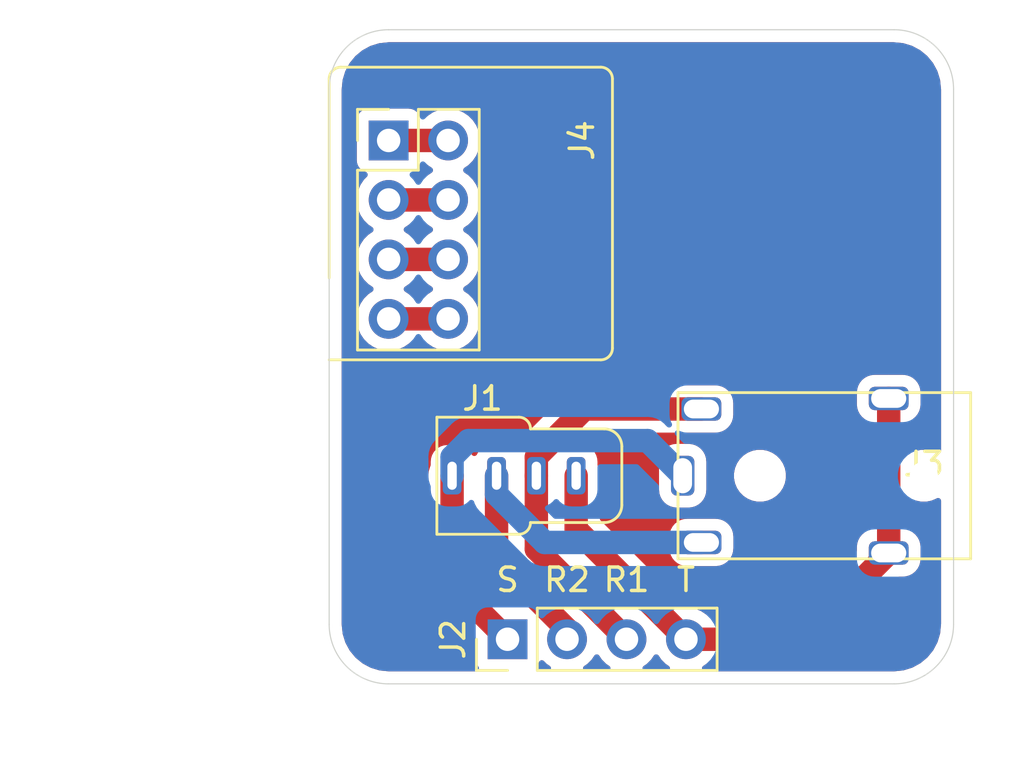
<source format=kicad_pcb>
(kicad_pcb (version 20171130) (host pcbnew "(5.1.6)-1")

  (general
    (thickness 1.6)
    (drawings 13)
    (tracks 26)
    (zones 0)
    (modules 4)
    (nets 9)
  )

  (page A4)
  (layers
    (0 F.Cu signal)
    (31 B.Cu signal)
    (32 B.Adhes user)
    (33 F.Adhes user)
    (34 B.Paste user)
    (35 F.Paste user)
    (36 B.SilkS user)
    (37 F.SilkS user)
    (38 B.Mask user)
    (39 F.Mask user)
    (40 Dwgs.User user)
    (41 Cmts.User user)
    (42 Eco1.User user)
    (43 Eco2.User user)
    (44 Edge.Cuts user)
    (45 Margin user)
    (46 B.CrtYd user)
    (47 F.CrtYd user)
    (48 B.Fab user)
    (49 F.Fab user)
  )

  (setup
    (last_trace_width 1)
    (user_trace_width 1)
    (trace_clearance 0.2)
    (zone_clearance 0.508)
    (zone_45_only no)
    (trace_min 0.2)
    (via_size 0.8)
    (via_drill 0.4)
    (via_min_size 0.4)
    (via_min_drill 0.3)
    (uvia_size 0.3)
    (uvia_drill 0.1)
    (uvias_allowed no)
    (uvia_min_size 0.2)
    (uvia_min_drill 0.1)
    (edge_width 0.05)
    (segment_width 0.2)
    (pcb_text_width 0.3)
    (pcb_text_size 1.5 1.5)
    (mod_edge_width 0.12)
    (mod_text_size 1 1)
    (mod_text_width 0.15)
    (pad_size 1.524 1.524)
    (pad_drill 0.762)
    (pad_to_mask_clearance 0.05)
    (aux_axis_origin 0 0)
    (visible_elements 7FFFFFFF)
    (pcbplotparams
      (layerselection 0x010fc_ffffffff)
      (usegerberextensions false)
      (usegerberattributes true)
      (usegerberadvancedattributes true)
      (creategerberjobfile true)
      (excludeedgelayer true)
      (linewidth 0.100000)
      (plotframeref false)
      (viasonmask false)
      (mode 1)
      (useauxorigin false)
      (hpglpennumber 1)
      (hpglpenspeed 20)
      (hpglpendiameter 15.000000)
      (psnegative false)
      (psa4output false)
      (plotreference true)
      (plotvalue true)
      (plotinvisibletext false)
      (padsonsilk false)
      (subtractmaskfromsilk false)
      (outputformat 1)
      (mirror false)
      (drillshape 1)
      (scaleselection 1)
      (outputdirectory ""))
  )

  (net 0 "")
  (net 1 /TIP)
  (net 2 /RING1)
  (net 3 /RING2)
  (net 4 /SLEEVE)
  (net 5 "Net-(J4-Pad2)")
  (net 6 "Net-(J4-Pad3)")
  (net 7 "Net-(J4-Pad1)")
  (net 8 "Net-(J4-Pad4)")

  (net_class Default "This is the default net class."
    (clearance 0.2)
    (trace_width 0.25)
    (via_dia 0.8)
    (via_drill 0.4)
    (uvia_dia 0.3)
    (uvia_drill 0.1)
    (add_net /RING1)
    (add_net /RING2)
    (add_net /SLEEVE)
    (add_net /TIP)
    (add_net "Net-(J4-Pad1)")
    (add_net "Net-(J4-Pad2)")
    (add_net "Net-(J4-Pad3)")
    (add_net "Net-(J4-Pad4)")
  )

  (module Gigahawk:IPOD_4TH_REMOTE_BREAKOUT (layer F.Cu) (tedit 5FFC2FAF) (tstamp 5FFC7AA6)
    (at 0 -6.7 270)
    (path /5FFDDD7C)
    (fp_text reference J4 (at -7.62 -10.795 90) (layer F.SilkS)
      (effects (font (size 1 1) (thickness 0.15)))
    )
    (fp_text value Conn_01x04 (at -5.08 -13.335 90) (layer F.Fab)
      (effects (font (size 1 1) (thickness 0.15)))
    )
    (fp_line (start 1.75 -11.6) (end 1.75 0) (layer F.SilkS) (width 0.12))
    (fp_line (start -10.25 -12.1) (end 1.25 -12.1) (layer F.SilkS) (width 0.12))
    (fp_line (start -10.75 -0.5) (end -10.75 -11.6) (layer F.SilkS) (width 0.12))
    (fp_line (start -1.75 0) (end -10.25 0) (layer F.SilkS) (width 0.12))
    (fp_line (start -8.95 -6.41) (end 1.33 -6.41) (layer F.SilkS) (width 0.12))
    (fp_line (start -8.89 -2.54) (end -8.89 -6.35) (layer F.Fab) (width 0.1))
    (fp_line (start 1.33 -1.21) (end 1.33 -6.41) (layer F.SilkS) (width 0.12))
    (fp_line (start -6.35 -1.21) (end -6.35 -3.81) (layer F.SilkS) (width 0.12))
    (fp_line (start 1.78 -0.74) (end 1.78 -6.89) (layer F.CrtYd) (width 0.05))
    (fp_line (start -8.89 -6.35) (end 1.27 -6.35) (layer F.Fab) (width 0.1))
    (fp_line (start 1.78 -6.89) (end -9.42 -6.89) (layer F.CrtYd) (width 0.05))
    (fp_line (start -9.42 -0.74) (end 1.78 -0.74) (layer F.CrtYd) (width 0.05))
    (fp_line (start -7.62 -1.27) (end -8.89 -2.54) (layer F.Fab) (width 0.1))
    (fp_line (start -9.42 -6.89) (end -9.42 -0.74) (layer F.CrtYd) (width 0.05))
    (fp_line (start -6.35 -1.21) (end 1.33 -1.21) (layer F.SilkS) (width 0.12))
    (fp_line (start -7.62 -1.21) (end -8.95 -1.21) (layer F.SilkS) (width 0.12))
    (fp_line (start -6.35 -3.81) (end -8.95 -3.81) (layer F.SilkS) (width 0.12))
    (fp_line (start 1.27 -6.35) (end 1.27 -1.27) (layer F.Fab) (width 0.1))
    (fp_line (start -8.95 -3.81) (end -8.95 -6.41) (layer F.SilkS) (width 0.12))
    (fp_line (start 1.27 -1.27) (end -7.62 -1.27) (layer F.Fab) (width 0.1))
    (fp_line (start -8.95 -1.21) (end -8.95 -2.54) (layer F.SilkS) (width 0.12))
    (fp_line (start -1.75 0) (end -1.75 3.15) (layer F.Fab) (width 0.12))
    (fp_line (start 1.75 0) (end 1.75 3.15) (layer F.Fab) (width 0.12))
    (fp_line (start -1.5 3.4) (end 1.5 3.4) (layer Dwgs.User) (width 0.12))
    (fp_line (start 0 0) (end 0 3.4) (layer Dwgs.User) (width 0.12))
    (fp_arc (start -10.25 -11.6) (end -10.75 -11.6) (angle 90) (layer F.SilkS) (width 0.12))
    (fp_arc (start 1.25 -11.6) (end 1.75 -11.6) (angle -90) (layer F.SilkS) (width 0.12))
    (fp_arc (start -10.25 -0.5) (end -10.75 -0.5) (angle -90) (layer F.SilkS) (width 0.12))
    (fp_arc (start 1.5 3.15) (end 1.75 3.15) (angle 90) (layer Dwgs.User) (width 0.12))
    (fp_arc (start -1.5 3.15) (end -1.75 3.15) (angle -90) (layer F.Fab) (width 0.12))
    (pad 2 thru_hole oval (at -5.08 -2.54) (size 1.7 1.7) (drill 1) (layers *.Cu *.Mask)
      (net 5 "Net-(J4-Pad2)"))
    (pad 3 thru_hole oval (at -2.54 -5.08) (size 1.7 1.7) (drill 1) (layers *.Cu *.Mask)
      (net 6 "Net-(J4-Pad3)"))
    (pad 2 thru_hole oval (at -5.08 -5.08) (size 1.7 1.7) (drill 1) (layers *.Cu *.Mask)
      (net 5 "Net-(J4-Pad2)"))
    (pad 1 thru_hole oval (at -7.62 -5.08) (size 1.7 1.7) (drill 1) (layers *.Cu *.Mask)
      (net 7 "Net-(J4-Pad1)"))
    (pad 4 thru_hole oval (at 0 -5.08) (size 1.7 1.7) (drill 1) (layers *.Cu *.Mask)
      (net 8 "Net-(J4-Pad4)"))
    (pad 3 thru_hole oval (at -2.54 -2.54) (size 1.7 1.7) (drill 1) (layers *.Cu *.Mask)
      (net 6 "Net-(J4-Pad3)"))
    (pad 1 thru_hole rect (at -7.62 -2.54) (size 1.7 1.7) (drill 1) (layers *.Cu *.Mask)
      (net 7 "Net-(J4-Pad1)"))
    (pad 4 thru_hole oval (at 0 -2.54) (size 1.7 1.7) (drill 1) (layers *.Cu *.Mask)
      (net 8 "Net-(J4-Pad4)"))
    (model ${KIPRJMOD}/Gigahawk.pretty/Gigahawk.3dshapes/headphone_breakout_4th_gen.step
      (at (xyz 0 0 0))
      (scale (xyz 1 1 1))
      (rotate (xyz 0 0 0))
    )
    (model ${KISYS3DMOD}/Connector_PinHeader_2.54mm.3dshapes/PinHeader_2x04_P2.54mm_Vertical.step
      (offset (xyz -7.62 5.12 5.85))
      (scale (xyz 1 1 1))
      (rotate (xyz 180 0 90))
    )
    (model ${KISYS3DMOD}/Connector_PinHeader_2.54mm.3dshapes/PinHeader_1x04_P2.54mm_Vertical.step
      (offset (xyz -7.62 10.16 3.3))
      (scale (xyz 1 1 1))
      (rotate (xyz 0 0 -90))
    )
  )

  (module Gigahawk:54-00035 (layer F.Cu) (tedit 5FFC2BEB) (tstamp 5FFC466C)
    (at 5.25 0)
    (descr "CONN PLUG STEREO 3.5MM RA 4COND")
    (path /5FFCCA78)
    (fp_text reference J1 (at 1.3 -3.3) (layer F.SilkS)
      (effects (font (size 1 1) (thickness 0.15)))
    )
    (fp_text value AudioPlug4 (at 3.2 3.4) (layer F.Fab)
      (effects (font (size 1 1) (thickness 0.15)))
    )
    (fp_line (start -0.65 0) (end -19.25 0) (layer F.Fab) (width 0.12))
    (fp_line (start 7.25 -1.25) (end 7.25 1.25) (layer F.SilkS) (width 0.12))
    (fp_line (start 3.35 2) (end 6.5 2) (layer F.SilkS) (width 0.12))
    (fp_line (start 3.35 -2) (end 6.5 -2) (layer F.SilkS) (width 0.12))
    (fp_line (start -0.65 2.5) (end 2.85 2.5) (layer F.SilkS) (width 0.12))
    (fp_line (start -0.65 -2.5) (end 2.85 -2.5) (layer F.SilkS) (width 0.12))
    (fp_line (start -0.65 -2.5) (end -0.65 2.5) (layer F.SilkS) (width 0.12))
    (fp_line (start -5.25 2.25) (end -5.25 -2.25) (layer F.Fab) (width 0.12))
    (fp_arc (start 6.5 1.25) (end 7.25 1.25) (angle 90) (layer F.SilkS) (width 0.12))
    (fp_arc (start 6.5 -1.25) (end 7.25 -1.25) (angle -90) (layer F.SilkS) (width 0.12))
    (fp_arc (start 2.85 2) (end 3.35 2) (angle 90) (layer F.SilkS) (width 0.12))
    (fp_arc (start 2.85 -2) (end 3.35 -2) (angle -90) (layer F.SilkS) (width 0.12))
    (pad T thru_hole roundrect (at 5.3 0 90) (size 1.6 0.8) (drill oval 1.2 0.4) (layers *.Cu *.Mask) (roundrect_rratio 0.25)
      (net 1 /TIP))
    (pad R1 thru_hole roundrect (at 3.6 0 90) (size 1.6 0.8) (drill oval 1.2 0.4) (layers *.Cu *.Mask) (roundrect_rratio 0.25)
      (net 2 /RING1))
    (pad R2 thru_hole roundrect (at 1.9 0 90) (size 1.6 0.8) (drill oval 1.2 0.4) (layers *.Cu *.Mask) (roundrect_rratio 0.25)
      (net 3 /RING2))
    (pad S thru_hole roundrect (at 0 0 90) (size 1.6 0.8) (drill oval 1.2 0.4) (layers *.Cu *.Mask) (roundrect_rratio 0.25)
      (net 4 /SLEEVE))
    (model ${KIPRJMOD}/Gigahawk.pretty/Gigahawk.3dshapes/54-00035.STEP
      (at (xyz 0 0 0))
      (scale (xyz 1 1 1))
      (rotate (xyz 0 0 0))
    )
  )

  (module Gigahawk:54-00174 (layer F.Cu) (tedit 5FFC11BC) (tstamp 5FFC460A)
    (at 25.4 0 180)
    (path /5FFCD5EA)
    (fp_text reference J3 (at 0 0.5) (layer F.SilkS)
      (effects (font (size 1 1) (thickness 0.15)))
    )
    (fp_text value AudioJack4 (at 0 -0.5 180) (layer F.Fab)
      (effects (font (size 1 1) (thickness 0.15)))
    )
    (fp_line (start -2 3.55) (end 10.5 3.55) (layer F.SilkS) (width 0.12))
    (fp_line (start 10.5 -3.55) (end 10.5 3.55) (layer F.SilkS) (width 0.12))
    (fp_line (start -2 -3.55) (end 10.5 -3.55) (layer F.SilkS) (width 0.12))
    (fp_line (start -2 -3.55) (end -2 3.55) (layer F.SilkS) (width 0.12))
    (pad R1 thru_hole roundrect (at 9.5 2.85 180) (size 1.7 1) (drill oval 1.5 0.8) (layers *.Cu *.Mask) (roundrect_rratio 0.25)
      (net 2 /RING1))
    (pad S thru_hole roundrect (at 10.3 0 90) (size 1.7 1) (drill oval 1.5 0.8) (layers *.Cu *.Mask) (roundrect_rratio 0.25)
      (net 4 /SLEEVE))
    (pad R2 thru_hole roundrect (at 9.5 -2.85) (size 1.71 1) (drill oval 1.5 0.8) (layers *.Cu *.Mask) (roundrect_rratio 0.25)
      (net 3 /RING2))
    (pad T thru_hole roundrect (at 1.5 -3.3) (size 1.7 1) (drill oval 1.5 0.8) (layers *.Cu *.Mask) (roundrect_rratio 0.25)
      (net 1 /TIP))
    (pad T thru_hole roundrect (at 1.5 3.3) (size 1.7 1) (drill oval 1.5 0.8) (layers *.Cu *.Mask) (roundrect_rratio 0.25)
      (net 1 /TIP))
    (pad "" np_thru_hole circle (at 7 0 270) (size 1.2 1.2) (drill 1.2) (layers *.Cu *.Mask))
    (pad "" np_thru_hole circle (at 0 0 180) (size 1.2 1.2) (drill 1.2) (layers *.Cu *.Mask))
    (model ${KIPRJMOD}/Gigahawk.pretty/Gigahawk.3dshapes/54-00174.step
      (at (xyz 0 0 0))
      (scale (xyz 1 1 1))
      (rotate (xyz 0 0 0))
    )
  )

  (module Connector_PinHeader_2.54mm:PinHeader_1x04_P2.54mm_Vertical (layer F.Cu) (tedit 59FED5CC) (tstamp 5FFC3DAA)
    (at 7.62 6.985 90)
    (descr "Through hole straight pin header, 1x04, 2.54mm pitch, single row")
    (tags "Through hole pin header THT 1x04 2.54mm single row")
    (path /5FFCF61A)
    (fp_text reference J2 (at 0 -2.33 90) (layer F.SilkS)
      (effects (font (size 1 1) (thickness 0.15)))
    )
    (fp_text value Conn_01x04 (at 0 9.95 90) (layer F.Fab)
      (effects (font (size 1 1) (thickness 0.15)))
    )
    (fp_line (start 1.8 -1.8) (end -1.8 -1.8) (layer F.CrtYd) (width 0.05))
    (fp_line (start 1.8 9.4) (end 1.8 -1.8) (layer F.CrtYd) (width 0.05))
    (fp_line (start -1.8 9.4) (end 1.8 9.4) (layer F.CrtYd) (width 0.05))
    (fp_line (start -1.8 -1.8) (end -1.8 9.4) (layer F.CrtYd) (width 0.05))
    (fp_line (start -1.33 -1.33) (end 0 -1.33) (layer F.SilkS) (width 0.12))
    (fp_line (start -1.33 0) (end -1.33 -1.33) (layer F.SilkS) (width 0.12))
    (fp_line (start -1.33 1.27) (end 1.33 1.27) (layer F.SilkS) (width 0.12))
    (fp_line (start 1.33 1.27) (end 1.33 8.95) (layer F.SilkS) (width 0.12))
    (fp_line (start -1.33 1.27) (end -1.33 8.95) (layer F.SilkS) (width 0.12))
    (fp_line (start -1.33 8.95) (end 1.33 8.95) (layer F.SilkS) (width 0.12))
    (fp_line (start -1.27 -0.635) (end -0.635 -1.27) (layer F.Fab) (width 0.1))
    (fp_line (start -1.27 8.89) (end -1.27 -0.635) (layer F.Fab) (width 0.1))
    (fp_line (start 1.27 8.89) (end -1.27 8.89) (layer F.Fab) (width 0.1))
    (fp_line (start 1.27 -1.27) (end 1.27 8.89) (layer F.Fab) (width 0.1))
    (fp_line (start -0.635 -1.27) (end 1.27 -1.27) (layer F.Fab) (width 0.1))
    (fp_text user %R (at 0 3.81) (layer F.Fab)
      (effects (font (size 1 1) (thickness 0.15)))
    )
    (pad 4 thru_hole oval (at 0 7.62 90) (size 1.7 1.7) (drill 1) (layers *.Cu *.Mask)
      (net 1 /TIP))
    (pad 3 thru_hole oval (at 0 5.08 90) (size 1.7 1.7) (drill 1) (layers *.Cu *.Mask)
      (net 2 /RING1))
    (pad 2 thru_hole oval (at 0 2.54 90) (size 1.7 1.7) (drill 1) (layers *.Cu *.Mask)
      (net 3 /RING2))
    (pad 1 thru_hole rect (at 0 0 90) (size 1.7 1.7) (drill 1) (layers *.Cu *.Mask)
      (net 4 /SLEEVE))
    (model ${KISYS3DMOD}/Connector_PinHeader_2.54mm.3dshapes/PinHeader_1x04_P2.54mm_Vertical.wrl
      (at (xyz 0 0 0))
      (scale (xyz 1 1 1))
      (rotate (xyz 0 0 0))
    )
  )

  (gr_arc (start 2.54 6.35) (end 0 6.35) (angle -90) (layer Edge.Cuts) (width 0.05))
  (gr_arc (start 24.13 6.35) (end 24.13 8.89) (angle -90) (layer Edge.Cuts) (width 0.05))
  (gr_arc (start 24.13 -16.51) (end 26.67 -16.51) (angle -90) (layer Edge.Cuts) (width 0.05))
  (gr_arc (start 2.54 -16.51) (end 2.54 -19.05) (angle -90) (layer Edge.Cuts) (width 0.05))
  (gr_text T (at 15.24 4.445) (layer F.SilkS) (tstamp 5FFC7C2E)
    (effects (font (size 1 1) (thickness 0.15)))
  )
  (gr_text "R1\n" (at 12.7 4.445) (layer F.SilkS) (tstamp 5FFC7C2C)
    (effects (font (size 1 1) (thickness 0.15)))
  )
  (gr_text R2 (at 10.16 4.445) (layer F.SilkS) (tstamp 5FFC7C2A)
    (effects (font (size 1 1) (thickness 0.15)))
  )
  (gr_text S (at 7.62 4.445) (layer F.SilkS)
    (effects (font (size 1 1) (thickness 0.15)))
  )
  (gr_line (start 0 6.35) (end 0 -16.51) (layer Edge.Cuts) (width 0.05) (tstamp 5FFC7BA6))
  (gr_line (start 24.13 8.89) (end 2.54 8.89) (layer Edge.Cuts) (width 0.05))
  (gr_line (start 26.67 -16.51) (end 26.67 6.35) (layer Edge.Cuts) (width 0.05))
  (gr_line (start 2.54 -19.05) (end 24.13 -19.05) (layer Edge.Cuts) (width 0.05))
  (gr_line (start 0 0) (end 0 -6.7) (layer Cmts.User) (width 0.15))

  (segment (start 10.55 2.295) (end 15.24 6.985) (width 1) (layer F.Cu) (net 1))
  (segment (start 10.55 0) (end 10.55 2.295) (width 1) (layer F.Cu) (net 1))
  (segment (start 20.215 6.985) (end 23.9 3.3) (width 1) (layer F.Cu) (net 1))
  (segment (start 15.24 6.985) (end 20.215 6.985) (width 1) (layer F.Cu) (net 1))
  (segment (start 23.9 -3.3) (end 23.9 3.3) (width 1) (layer F.Cu) (net 1))
  (segment (start 8.85 3.135) (end 12.7 6.985) (width 1) (layer F.Cu) (net 2))
  (segment (start 8.85 0) (end 8.85 3.135) (width 1) (layer F.Cu) (net 2))
  (segment (start 8.85 -0.8) (end 10.9 -2.85) (width 1) (layer F.Cu) (net 2))
  (segment (start 10.9 -2.85) (end 15.9 -2.85) (width 1) (layer F.Cu) (net 2))
  (segment (start 8.85 0) (end 8.85 -0.8) (width 1) (layer F.Cu) (net 2))
  (segment (start 7.15 3.554998) (end 10.16 6.564998) (width 1) (layer F.Cu) (net 3))
  (segment (start 10.16 6.564998) (end 10.16 6.985) (width 1) (layer F.Cu) (net 3))
  (segment (start 7.15 0) (end 7.15 3.554998) (width 1) (layer F.Cu) (net 3))
  (segment (start 9.2 2.85) (end 15.9 2.85) (width 1) (layer B.Cu) (net 3))
  (segment (start 7.15 0.8) (end 9.2 2.85) (width 1) (layer B.Cu) (net 3))
  (segment (start 7.15 0) (end 7.15 0.8) (width 1) (layer B.Cu) (net 3))
  (segment (start 5.25 4.615) (end 7.62 6.985) (width 1) (layer F.Cu) (net 4))
  (segment (start 5.25 0) (end 5.25 4.615) (width 1) (layer F.Cu) (net 4))
  (segment (start 13.59999 -1.50001) (end 15.1 0) (width 1) (layer B.Cu) (net 4))
  (segment (start 5.95001 -1.50001) (end 13.59999 -1.50001) (width 1) (layer B.Cu) (net 4))
  (segment (start 5.25 -0.8) (end 5.95001 -1.50001) (width 1) (layer B.Cu) (net 4))
  (segment (start 5.25 0) (end 5.25 -0.8) (width 1) (layer B.Cu) (net 4))
  (segment (start 2.54 -11.78) (end 5.08 -11.78) (width 1) (layer F.Cu) (net 5))
  (segment (start 2.54 -9.24) (end 5.08 -9.24) (width 1) (layer F.Cu) (net 6))
  (segment (start 5.08 -14.32) (end 2.54 -14.32) (width 1) (layer F.Cu) (net 7))
  (segment (start 5.08 -6.7) (end 2.54 -6.7) (width 1) (layer F.Cu) (net 8))

  (zone (net 0) (net_name "") (layer F.Cu) (tstamp 0) (hatch edge 0.508)
    (connect_pads (clearance 0.508))
    (min_thickness 0.254)
    (fill yes (arc_segments 32) (thermal_gap 0.508) (thermal_bridge_width 0.508))
    (polygon
      (pts
        (xy 27.94 12.7) (xy -2.54 12.7) (xy -2.54 -20.32) (xy 27.94 -20.32)
      )
    )
    (filled_polygon
      (pts
        (xy 14.086525 7.931632) (xy 14.293368 8.138475) (xy 14.430345 8.23) (xy 13.509655 8.23) (xy 13.646632 8.138475)
        (xy 13.853475 7.931632) (xy 13.97 7.75724)
      )
    )
    (filled_polygon
      (pts
        (xy 9.213368 8.138475) (xy 9.350345 8.23) (xy 8.967295 8.23) (xy 9.000537 8.189494) (xy 9.059502 8.07918)
        (xy 9.081513 8.00662)
      )
    )
    (filled_polygon
      (pts
        (xy 26.010001 6.317711) (xy 25.971091 6.714545) (xy 25.86522 7.065206) (xy 25.693257 7.388623) (xy 25.461748 7.672482)
        (xy 25.179514 7.905965) (xy 24.857304 8.080184) (xy 24.507385 8.188502) (xy 24.112557 8.23) (xy 16.049655 8.23)
        (xy 16.186632 8.138475) (xy 16.205107 8.12) (xy 20.159249 8.12) (xy 20.215 8.125491) (xy 20.270751 8.12)
        (xy 20.270752 8.12) (xy 20.437499 8.103577) (xy 20.651447 8.038676) (xy 20.848623 7.933284) (xy 21.021449 7.791449)
        (xy 21.056996 7.748135) (xy 24.36706 4.438072) (xy 24.5 4.438072) (xy 24.673254 4.421008) (xy 24.83985 4.370472)
        (xy 24.993386 4.288405) (xy 25.127962 4.177962) (xy 25.238405 4.043386) (xy 25.320472 3.88985) (xy 25.371008 3.723254)
        (xy 25.388072 3.55) (xy 25.388072 3.05) (xy 25.371008 2.876746) (xy 25.320472 2.71015) (xy 25.238405 2.556614)
        (xy 25.127962 2.422038) (xy 25.035 2.345747) (xy 25.035 1.185567) (xy 25.039764 1.18754) (xy 25.278363 1.235)
        (xy 25.521637 1.235) (xy 25.760236 1.18754) (xy 25.984992 1.094443) (xy 26.010001 1.077733)
      )
    )
    (filled_polygon
      (pts
        (xy 24.494545 -18.351091) (xy 24.845208 -18.24522) (xy 25.168625 -18.073256) (xy 25.452484 -17.841746) (xy 25.685965 -17.559514)
        (xy 25.860183 -17.237305) (xy 25.968502 -16.887386) (xy 26.01 -16.492557) (xy 26.010001 -1.077733) (xy 25.984992 -1.094443)
        (xy 25.760236 -1.18754) (xy 25.521637 -1.235) (xy 25.278363 -1.235) (xy 25.039764 -1.18754) (xy 25.035 -1.185567)
        (xy 25.035 -2.345747) (xy 25.127962 -2.422038) (xy 25.238405 -2.556614) (xy 25.320472 -2.71015) (xy 25.371008 -2.876746)
        (xy 25.388072 -3.05) (xy 25.388072 -3.55) (xy 25.371008 -3.723254) (xy 25.320472 -3.88985) (xy 25.238405 -4.043386)
        (xy 25.127962 -4.177962) (xy 24.993386 -4.288405) (xy 24.83985 -4.370472) (xy 24.673254 -4.421008) (xy 24.5 -4.438072)
        (xy 23.924561 -4.438072) (xy 23.9 -4.440491) (xy 23.875439 -4.438072) (xy 23.3 -4.438072) (xy 23.126746 -4.421008)
        (xy 22.96015 -4.370472) (xy 22.806614 -4.288405) (xy 22.672038 -4.177962) (xy 22.561595 -4.043386) (xy 22.479528 -3.88985)
        (xy 22.428992 -3.723254) (xy 22.411928 -3.55) (xy 22.411928 -3.05) (xy 22.428992 -2.876746) (xy 22.479528 -2.71015)
        (xy 22.561595 -2.556614) (xy 22.672038 -2.422038) (xy 22.765 -2.345746) (xy 22.765001 2.345746) (xy 22.672038 2.422038)
        (xy 22.561595 2.556614) (xy 22.479528 2.71015) (xy 22.428992 2.876746) (xy 22.411928 3.05) (xy 22.411928 3.18294)
        (xy 19.744869 5.85) (xy 16.205107 5.85) (xy 16.186632 5.831525) (xy 15.943411 5.66901) (xy 15.673158 5.557068)
        (xy 15.38626 5.5) (xy 15.360133 5.5) (xy 12.460132 2.6) (xy 14.406928 2.6) (xy 14.406928 3.1)
        (xy 14.423992 3.273254) (xy 14.474528 3.43985) (xy 14.556595 3.593386) (xy 14.667038 3.727962) (xy 14.801614 3.838405)
        (xy 14.95515 3.920472) (xy 15.121746 3.971008) (xy 15.295 3.988072) (xy 16.505 3.988072) (xy 16.678254 3.971008)
        (xy 16.84485 3.920472) (xy 16.998386 3.838405) (xy 17.132962 3.727962) (xy 17.243405 3.593386) (xy 17.325472 3.43985)
        (xy 17.376008 3.273254) (xy 17.393072 3.1) (xy 17.393072 2.6) (xy 17.376008 2.426746) (xy 17.325472 2.26015)
        (xy 17.243405 2.106614) (xy 17.132962 1.972038) (xy 16.998386 1.861595) (xy 16.84485 1.779528) (xy 16.678254 1.728992)
        (xy 16.505 1.711928) (xy 15.295 1.711928) (xy 15.121746 1.728992) (xy 14.95515 1.779528) (xy 14.801614 1.861595)
        (xy 14.667038 1.972038) (xy 14.556595 2.106614) (xy 14.474528 2.26015) (xy 14.423992 2.426746) (xy 14.406928 2.6)
        (xy 12.460132 2.6) (xy 11.685 1.824869) (xy 11.685 -0.055752) (xy 11.668577 -0.222499) (xy 11.603676 -0.436447)
        (xy 11.588072 -0.46564) (xy 11.588072 -0.6) (xy 13.961928 -0.6) (xy 13.961928 0.6) (xy 13.978992 0.773254)
        (xy 14.029528 0.93985) (xy 14.111595 1.093386) (xy 14.222038 1.227962) (xy 14.356614 1.338405) (xy 14.51015 1.420472)
        (xy 14.676746 1.471008) (xy 14.85 1.488072) (xy 15.35 1.488072) (xy 15.523254 1.471008) (xy 15.68985 1.420472)
        (xy 15.843386 1.338405) (xy 15.977962 1.227962) (xy 16.088405 1.093386) (xy 16.170472 0.93985) (xy 16.221008 0.773254)
        (xy 16.238072 0.6) (xy 16.238072 -0.121637) (xy 17.165 -0.121637) (xy 17.165 0.121637) (xy 17.21246 0.360236)
        (xy 17.305557 0.584992) (xy 17.440713 0.787267) (xy 17.612733 0.959287) (xy 17.815008 1.094443) (xy 18.039764 1.18754)
        (xy 18.278363 1.235) (xy 18.521637 1.235) (xy 18.760236 1.18754) (xy 18.984992 1.094443) (xy 19.187267 0.959287)
        (xy 19.359287 0.787267) (xy 19.494443 0.584992) (xy 19.58754 0.360236) (xy 19.635 0.121637) (xy 19.635 -0.121637)
        (xy 19.58754 -0.360236) (xy 19.494443 -0.584992) (xy 19.359287 -0.787267) (xy 19.187267 -0.959287) (xy 18.984992 -1.094443)
        (xy 18.760236 -1.18754) (xy 18.521637 -1.235) (xy 18.278363 -1.235) (xy 18.039764 -1.18754) (xy 17.815008 -1.094443)
        (xy 17.612733 -0.959287) (xy 17.440713 -0.787267) (xy 17.305557 -0.584992) (xy 17.21246 -0.360236) (xy 17.165 -0.121637)
        (xy 16.238072 -0.121637) (xy 16.238072 -0.6) (xy 16.221008 -0.773254) (xy 16.170472 -0.93985) (xy 16.088405 -1.093386)
        (xy 15.977962 -1.227962) (xy 15.843386 -1.338405) (xy 15.68985 -1.420472) (xy 15.523254 -1.471008) (xy 15.35 -1.488072)
        (xy 14.85 -1.488072) (xy 14.676746 -1.471008) (xy 14.51015 -1.420472) (xy 14.356614 -1.338405) (xy 14.222038 -1.227962)
        (xy 14.111595 -1.093386) (xy 14.029528 -0.93985) (xy 13.978992 -0.773254) (xy 13.961928 -0.6) (xy 11.588072 -0.6)
        (xy 11.571969 -0.7635) (xy 11.524278 -0.920716) (xy 11.446831 -1.065608) (xy 11.342606 -1.192606) (xy 11.215608 -1.296831)
        (xy 11.070716 -1.374278) (xy 11.039023 -1.383892) (xy 11.370132 -1.715) (xy 15.268809 -1.715) (xy 15.3 -1.711928)
        (xy 16.5 -1.711928) (xy 16.673254 -1.728992) (xy 16.83985 -1.779528) (xy 16.993386 -1.861595) (xy 17.127962 -1.972038)
        (xy 17.238405 -2.106614) (xy 17.320472 -2.26015) (xy 17.371008 -2.426746) (xy 17.388072 -2.6) (xy 17.388072 -3.1)
        (xy 17.371008 -3.273254) (xy 17.320472 -3.43985) (xy 17.238405 -3.593386) (xy 17.127962 -3.727962) (xy 16.993386 -3.838405)
        (xy 16.83985 -3.920472) (xy 16.673254 -3.971008) (xy 16.5 -3.988072) (xy 15.3 -3.988072) (xy 15.268809 -3.985)
        (xy 10.955752 -3.985) (xy 10.9 -3.990491) (xy 10.844248 -3.985) (xy 10.677501 -3.968577) (xy 10.463553 -3.903676)
        (xy 10.266377 -3.798284) (xy 10.093551 -3.656449) (xy 10.058009 -3.613141) (xy 8.08686 -1.641991) (xy 8.043552 -1.606449)
        (xy 7.901717 -1.433623) (xy 7.824639 -1.28942) (xy 7.815608 -1.296831) (xy 7.670716 -1.374278) (xy 7.5135 -1.421969)
        (xy 7.35 -1.438072) (xy 6.95 -1.438072) (xy 6.7865 -1.421969) (xy 6.629284 -1.374278) (xy 6.484392 -1.296831)
        (xy 6.357394 -1.192606) (xy 6.253169 -1.065608) (xy 6.2 -0.966137) (xy 6.146831 -1.065608) (xy 6.042606 -1.192606)
        (xy 5.915608 -1.296831) (xy 5.770716 -1.374278) (xy 5.6135 -1.421969) (xy 5.45 -1.438072) (xy 5.05 -1.438072)
        (xy 4.8865 -1.421969) (xy 4.729284 -1.374278) (xy 4.584392 -1.296831) (xy 4.457394 -1.192606) (xy 4.353169 -1.065608)
        (xy 4.275722 -0.920716) (xy 4.228031 -0.7635) (xy 4.211928 -0.6) (xy 4.211928 -0.465639) (xy 4.196324 -0.436446)
        (xy 4.131423 -0.222498) (xy 4.115 -0.055751) (xy 4.115001 4.559239) (xy 4.109509 4.615) (xy 4.131423 4.837498)
        (xy 4.196324 5.051446) (xy 4.196325 5.051447) (xy 4.301717 5.248623) (xy 4.443552 5.421449) (xy 4.48686 5.456991)
        (xy 6.131928 7.10206) (xy 6.131928 7.835) (xy 6.144188 7.959482) (xy 6.180498 8.07918) (xy 6.239463 8.189494)
        (xy 6.272705 8.23) (xy 2.572279 8.23) (xy 2.175455 8.191091) (xy 1.824794 8.08522) (xy 1.501377 7.913257)
        (xy 1.217518 7.681748) (xy 0.984035 7.399514) (xy 0.809816 7.077304) (xy 0.701498 6.727385) (xy 0.66 6.332557)
        (xy 0.66 -15.17) (xy 1.051928 -15.17) (xy 1.051928 -13.47) (xy 1.064188 -13.345518) (xy 1.100498 -13.22582)
        (xy 1.159463 -13.115506) (xy 1.238815 -13.018815) (xy 1.335506 -12.939463) (xy 1.44582 -12.880498) (xy 1.51838 -12.858487)
        (xy 1.386525 -12.726632) (xy 1.22401 -12.483411) (xy 1.112068 -12.213158) (xy 1.055 -11.92626) (xy 1.055 -11.63374)
        (xy 1.112068 -11.346842) (xy 1.22401 -11.076589) (xy 1.386525 -10.833368) (xy 1.593368 -10.626525) (xy 1.76776 -10.51)
        (xy 1.593368 -10.393475) (xy 1.386525 -10.186632) (xy 1.22401 -9.943411) (xy 1.112068 -9.673158) (xy 1.055 -9.38626)
        (xy 1.055 -9.09374) (xy 1.112068 -8.806842) (xy 1.22401 -8.536589) (xy 1.386525 -8.293368) (xy 1.593368 -8.086525)
        (xy 1.76776 -7.97) (xy 1.593368 -7.853475) (xy 1.386525 -7.646632) (xy 1.22401 -7.403411) (xy 1.112068 -7.133158)
        (xy 1.055 -6.84626) (xy 1.055 -6.55374) (xy 1.112068 -6.266842) (xy 1.22401 -5.996589) (xy 1.386525 -5.753368)
        (xy 1.593368 -5.546525) (xy 1.836589 -5.38401) (xy 2.106842 -5.272068) (xy 2.39374 -5.215) (xy 2.68626 -5.215)
        (xy 2.973158 -5.272068) (xy 3.243411 -5.38401) (xy 3.486632 -5.546525) (xy 3.505107 -5.565) (xy 4.114893 -5.565)
        (xy 4.133368 -5.546525) (xy 4.376589 -5.38401) (xy 4.646842 -5.272068) (xy 4.93374 -5.215) (xy 5.22626 -5.215)
        (xy 5.513158 -5.272068) (xy 5.783411 -5.38401) (xy 6.026632 -5.546525) (xy 6.233475 -5.753368) (xy 6.39599 -5.996589)
        (xy 6.507932 -6.266842) (xy 6.565 -6.55374) (xy 6.565 -6.84626) (xy 6.507932 -7.133158) (xy 6.39599 -7.403411)
        (xy 6.233475 -7.646632) (xy 6.026632 -7.853475) (xy 5.85224 -7.97) (xy 6.026632 -8.086525) (xy 6.233475 -8.293368)
        (xy 6.39599 -8.536589) (xy 6.507932 -8.806842) (xy 6.565 -9.09374) (xy 6.565 -9.38626) (xy 6.507932 -9.673158)
        (xy 6.39599 -9.943411) (xy 6.233475 -10.186632) (xy 6.026632 -10.393475) (xy 5.85224 -10.51) (xy 6.026632 -10.626525)
        (xy 6.233475 -10.833368) (xy 6.39599 -11.076589) (xy 6.507932 -11.346842) (xy 6.565 -11.63374) (xy 6.565 -11.92626)
        (xy 6.507932 -12.213158) (xy 6.39599 -12.483411) (xy 6.233475 -12.726632) (xy 6.026632 -12.933475) (xy 5.85224 -13.05)
        (xy 6.026632 -13.166525) (xy 6.233475 -13.373368) (xy 6.39599 -13.616589) (xy 6.507932 -13.886842) (xy 6.565 -14.17374)
        (xy 6.565 -14.46626) (xy 6.507932 -14.753158) (xy 6.39599 -15.023411) (xy 6.233475 -15.266632) (xy 6.026632 -15.473475)
        (xy 5.783411 -15.63599) (xy 5.513158 -15.747932) (xy 5.22626 -15.805) (xy 4.93374 -15.805) (xy 4.646842 -15.747932)
        (xy 4.376589 -15.63599) (xy 4.133368 -15.473475) (xy 4.114893 -15.455) (xy 3.957683 -15.455) (xy 3.920537 -15.524494)
        (xy 3.841185 -15.621185) (xy 3.744494 -15.700537) (xy 3.63418 -15.759502) (xy 3.514482 -15.795812) (xy 3.39 -15.808072)
        (xy 1.69 -15.808072) (xy 1.565518 -15.795812) (xy 1.44582 -15.759502) (xy 1.335506 -15.700537) (xy 1.238815 -15.621185)
        (xy 1.159463 -15.524494) (xy 1.100498 -15.41418) (xy 1.064188 -15.294482) (xy 1.051928 -15.17) (xy 0.66 -15.17)
        (xy 0.66 -16.477721) (xy 0.698909 -16.874545) (xy 0.80478 -17.225208) (xy 0.976744 -17.548625) (xy 1.208254 -17.832484)
        (xy 1.490486 -18.065965) (xy 1.812695 -18.240183) (xy 2.162614 -18.348502) (xy 2.557443 -18.39) (xy 24.097721 -18.39)
      )
    )
    (filled_polygon
      (pts
        (xy 4.133368 -8.086525) (xy 4.30776 -7.97) (xy 4.133368 -7.853475) (xy 4.114893 -7.835) (xy 3.505107 -7.835)
        (xy 3.486632 -7.853475) (xy 3.31224 -7.97) (xy 3.486632 -8.086525) (xy 3.505107 -8.105) (xy 4.114893 -8.105)
      )
    )
    (filled_polygon
      (pts
        (xy 4.133368 -10.626525) (xy 4.30776 -10.51) (xy 4.133368 -10.393475) (xy 4.114893 -10.375) (xy 3.505107 -10.375)
        (xy 3.486632 -10.393475) (xy 3.31224 -10.51) (xy 3.486632 -10.626525) (xy 3.505107 -10.645) (xy 4.114893 -10.645)
      )
    )
    (filled_polygon
      (pts
        (xy 4.133368 -13.166525) (xy 4.30776 -13.05) (xy 4.133368 -12.933475) (xy 4.114893 -12.915) (xy 3.698728 -12.915)
        (xy 3.744494 -12.939463) (xy 3.841185 -13.018815) (xy 3.920537 -13.115506) (xy 3.957683 -13.185) (xy 4.114893 -13.185)
      )
    )
    (filled_polygon
      (pts
        (xy 11.546525 7.931632) (xy 11.753368 8.138475) (xy 11.890345 8.23) (xy 10.969655 8.23) (xy 11.106632 8.138475)
        (xy 11.313475 7.931632) (xy 11.43 7.75724)
      )
    )
  )
  (zone (net 0) (net_name "") (layer B.Cu) (tstamp 604DA925) (hatch edge 0.508)
    (connect_pads (clearance 0.508))
    (min_thickness 0.254)
    (fill yes (arc_segments 32) (thermal_gap 0.508) (thermal_bridge_width 0.508))
    (polygon
      (pts
        (xy 27.94 12.7) (xy -2.54 12.7) (xy -2.54 -20.32) (xy 27.94 -20.32)
      )
    )
    (filled_polygon
      (pts
        (xy 11.546525 7.931632) (xy 11.753368 8.138475) (xy 11.890345 8.23) (xy 10.969655 8.23) (xy 11.106632 8.138475)
        (xy 11.313475 7.931632) (xy 11.43 7.75724)
      )
    )
    (filled_polygon
      (pts
        (xy 9.213368 8.138475) (xy 9.350345 8.23) (xy 8.967295 8.23) (xy 9.000537 8.189494) (xy 9.059502 8.07918)
        (xy 9.081513 8.00662)
      )
    )
    (filled_polygon
      (pts
        (xy 24.494545 -18.351091) (xy 24.845208 -18.24522) (xy 25.168625 -18.073256) (xy 25.452484 -17.841746) (xy 25.685965 -17.559514)
        (xy 25.860183 -17.237305) (xy 25.968502 -16.887386) (xy 26.01 -16.492557) (xy 26.010001 -1.077733) (xy 25.984992 -1.094443)
        (xy 25.760236 -1.18754) (xy 25.521637 -1.235) (xy 25.278363 -1.235) (xy 25.039764 -1.18754) (xy 24.815008 -1.094443)
        (xy 24.612733 -0.959287) (xy 24.440713 -0.787267) (xy 24.305557 -0.584992) (xy 24.21246 -0.360236) (xy 24.165 -0.121637)
        (xy 24.165 0.121637) (xy 24.21246 0.360236) (xy 24.305557 0.584992) (xy 24.440713 0.787267) (xy 24.612733 0.959287)
        (xy 24.815008 1.094443) (xy 25.039764 1.18754) (xy 25.278363 1.235) (xy 25.521637 1.235) (xy 25.760236 1.18754)
        (xy 25.984992 1.094443) (xy 26.010001 1.077733) (xy 26.010001 6.317711) (xy 25.971091 6.714545) (xy 25.86522 7.065206)
        (xy 25.693257 7.388623) (xy 25.461748 7.672482) (xy 25.179514 7.905965) (xy 24.857304 8.080184) (xy 24.507385 8.188502)
        (xy 24.112557 8.23) (xy 16.049655 8.23) (xy 16.186632 8.138475) (xy 16.393475 7.931632) (xy 16.55599 7.688411)
        (xy 16.667932 7.418158) (xy 16.725 7.13126) (xy 16.725 6.83874) (xy 16.667932 6.551842) (xy 16.55599 6.281589)
        (xy 16.393475 6.038368) (xy 16.186632 5.831525) (xy 15.943411 5.66901) (xy 15.673158 5.557068) (xy 15.38626 5.5)
        (xy 15.09374 5.5) (xy 14.806842 5.557068) (xy 14.536589 5.66901) (xy 14.293368 5.831525) (xy 14.086525 6.038368)
        (xy 13.97 6.21276) (xy 13.853475 6.038368) (xy 13.646632 5.831525) (xy 13.403411 5.66901) (xy 13.133158 5.557068)
        (xy 12.84626 5.5) (xy 12.55374 5.5) (xy 12.266842 5.557068) (xy 11.996589 5.66901) (xy 11.753368 5.831525)
        (xy 11.546525 6.038368) (xy 11.43 6.21276) (xy 11.313475 6.038368) (xy 11.106632 5.831525) (xy 10.863411 5.66901)
        (xy 10.593158 5.557068) (xy 10.30626 5.5) (xy 10.01374 5.5) (xy 9.726842 5.557068) (xy 9.456589 5.66901)
        (xy 9.213368 5.831525) (xy 9.081513 5.96338) (xy 9.059502 5.89082) (xy 9.000537 5.780506) (xy 8.921185 5.683815)
        (xy 8.824494 5.604463) (xy 8.71418 5.545498) (xy 8.594482 5.509188) (xy 8.47 5.496928) (xy 6.77 5.496928)
        (xy 6.645518 5.509188) (xy 6.52582 5.545498) (xy 6.415506 5.604463) (xy 6.318815 5.683815) (xy 6.239463 5.780506)
        (xy 6.180498 5.89082) (xy 6.144188 6.010518) (xy 6.131928 6.135) (xy 6.131928 7.835) (xy 6.144188 7.959482)
        (xy 6.180498 8.07918) (xy 6.239463 8.189494) (xy 6.272705 8.23) (xy 2.572279 8.23) (xy 2.175455 8.191091)
        (xy 1.824794 8.08522) (xy 1.501377 7.913257) (xy 1.217518 7.681748) (xy 0.984035 7.399514) (xy 0.809816 7.077304)
        (xy 0.701498 6.727385) (xy 0.66 6.332557) (xy 0.66 -0.8) (xy 4.109509 -0.8) (xy 4.115 -0.744249)
        (xy 4.115 0.055751) (xy 4.131423 0.222498) (xy 4.196324 0.436446) (xy 4.211928 0.465639) (xy 4.211928 0.6)
        (xy 4.228031 0.7635) (xy 4.275722 0.920716) (xy 4.353169 1.065608) (xy 4.457394 1.192606) (xy 4.584392 1.296831)
        (xy 4.729284 1.374278) (xy 4.8865 1.421969) (xy 5.05 1.438072) (xy 5.45 1.438072) (xy 5.6135 1.421969)
        (xy 5.770716 1.374278) (xy 5.915608 1.296831) (xy 6.042606 1.192606) (xy 6.072117 1.156647) (xy 6.096324 1.236447)
        (xy 6.201717 1.433623) (xy 6.343552 1.606449) (xy 6.38686 1.641991) (xy 8.358009 3.613141) (xy 8.393551 3.656449)
        (xy 8.474953 3.723254) (xy 8.566377 3.798284) (xy 8.763553 3.903676) (xy 8.977501 3.968577) (xy 9.2 3.990491)
        (xy 9.255752 3.985) (xy 15.263809 3.985) (xy 15.295 3.988072) (xy 16.505 3.988072) (xy 16.678254 3.971008)
        (xy 16.84485 3.920472) (xy 16.998386 3.838405) (xy 17.132962 3.727962) (xy 17.243405 3.593386) (xy 17.325472 3.43985)
        (xy 17.376008 3.273254) (xy 17.393072 3.1) (xy 17.393072 3.05) (xy 22.411928 3.05) (xy 22.411928 3.55)
        (xy 22.428992 3.723254) (xy 22.479528 3.88985) (xy 22.561595 4.043386) (xy 22.672038 4.177962) (xy 22.806614 4.288405)
        (xy 22.96015 4.370472) (xy 23.126746 4.421008) (xy 23.3 4.438072) (xy 24.5 4.438072) (xy 24.673254 4.421008)
        (xy 24.83985 4.370472) (xy 24.993386 4.288405) (xy 25.127962 4.177962) (xy 25.238405 4.043386) (xy 25.320472 3.88985)
        (xy 25.371008 3.723254) (xy 25.388072 3.55) (xy 25.388072 3.05) (xy 25.371008 2.876746) (xy 25.320472 2.71015)
        (xy 25.238405 2.556614) (xy 25.127962 2.422038) (xy 24.993386 2.311595) (xy 24.83985 2.229528) (xy 24.673254 2.178992)
        (xy 24.5 2.161928) (xy 23.3 2.161928) (xy 23.126746 2.178992) (xy 22.96015 2.229528) (xy 22.806614 2.311595)
        (xy 22.672038 2.422038) (xy 22.561595 2.556614) (xy 22.479528 2.71015) (xy 22.428992 2.876746) (xy 22.411928 3.05)
        (xy 17.393072 3.05) (xy 17.393072 2.6) (xy 17.376008 2.426746) (xy 17.325472 2.26015) (xy 17.243405 2.106614)
        (xy 17.132962 1.972038) (xy 16.998386 1.861595) (xy 16.84485 1.779528) (xy 16.678254 1.728992) (xy 16.505 1.711928)
        (xy 15.295 1.711928) (xy 15.263809 1.715) (xy 9.670132 1.715) (xy 9.339023 1.383892) (xy 9.370716 1.374278)
        (xy 9.515608 1.296831) (xy 9.642606 1.192606) (xy 9.7 1.122672) (xy 9.757394 1.192606) (xy 9.884392 1.296831)
        (xy 10.029284 1.374278) (xy 10.1865 1.421969) (xy 10.35 1.438072) (xy 10.75 1.438072) (xy 10.9135 1.421969)
        (xy 11.070716 1.374278) (xy 11.215608 1.296831) (xy 11.342606 1.192606) (xy 11.446831 1.065608) (xy 11.524278 0.920716)
        (xy 11.571969 0.7635) (xy 11.588072 0.6) (xy 11.588072 -0.36501) (xy 13.129859 -0.36501) (xy 13.961928 0.46706)
        (xy 13.961928 0.6) (xy 13.978992 0.773254) (xy 14.029528 0.93985) (xy 14.111595 1.093386) (xy 14.222038 1.227962)
        (xy 14.356614 1.338405) (xy 14.51015 1.420472) (xy 14.676746 1.471008) (xy 14.85 1.488072) (xy 15.35 1.488072)
        (xy 15.523254 1.471008) (xy 15.68985 1.420472) (xy 15.843386 1.338405) (xy 15.977962 1.227962) (xy 16.088405 1.093386)
        (xy 16.170472 0.93985) (xy 16.221008 0.773254) (xy 16.238072 0.6) (xy 16.238072 0.02455) (xy 16.24049 -0.000001)
        (xy 16.238072 -0.024552) (xy 16.238072 -0.121637) (xy 17.165 -0.121637) (xy 17.165 0.121637) (xy 17.21246 0.360236)
        (xy 17.305557 0.584992) (xy 17.440713 0.787267) (xy 17.612733 0.959287) (xy 17.815008 1.094443) (xy 18.039764 1.18754)
        (xy 18.278363 1.235) (xy 18.521637 1.235) (xy 18.760236 1.18754) (xy 18.984992 1.094443) (xy 19.187267 0.959287)
        (xy 19.359287 0.787267) (xy 19.494443 0.584992) (xy 19.58754 0.360236) (xy 19.635 0.121637) (xy 19.635 -0.121637)
        (xy 19.58754 -0.360236) (xy 19.494443 -0.584992) (xy 19.359287 -0.787267) (xy 19.187267 -0.959287) (xy 18.984992 -1.094443)
        (xy 18.760236 -1.18754) (xy 18.521637 -1.235) (xy 18.278363 -1.235) (xy 18.039764 -1.18754) (xy 17.815008 -1.094443)
        (xy 17.612733 -0.959287) (xy 17.440713 -0.787267) (xy 17.305557 -0.584992) (xy 17.21246 -0.360236) (xy 17.165 -0.121637)
        (xy 16.238072 -0.121637) (xy 16.238072 -0.6) (xy 16.221008 -0.773254) (xy 16.170472 -0.93985) (xy 16.088405 -1.093386)
        (xy 15.977962 -1.227962) (xy 15.843386 -1.338405) (xy 15.68985 -1.420472) (xy 15.523254 -1.471008) (xy 15.35 -1.488072)
        (xy 15.21706 -1.488072) (xy 14.885934 -1.819198) (xy 14.96015 -1.779528) (xy 15.126746 -1.728992) (xy 15.3 -1.711928)
        (xy 16.5 -1.711928) (xy 16.673254 -1.728992) (xy 16.83985 -1.779528) (xy 16.993386 -1.861595) (xy 17.127962 -1.972038)
        (xy 17.238405 -2.106614) (xy 17.320472 -2.26015) (xy 17.371008 -2.426746) (xy 17.388072 -2.6) (xy 17.388072 -3.1)
        (xy 17.371008 -3.273254) (xy 17.320472 -3.43985) (xy 17.261596 -3.55) (xy 22.411928 -3.55) (xy 22.411928 -3.05)
        (xy 22.428992 -2.876746) (xy 22.479528 -2.71015) (xy 22.561595 -2.556614) (xy 22.672038 -2.422038) (xy 22.806614 -2.311595)
        (xy 22.96015 -2.229528) (xy 23.126746 -2.178992) (xy 23.3 -2.161928) (xy 24.5 -2.161928) (xy 24.673254 -2.178992)
        (xy 24.83985 -2.229528) (xy 24.993386 -2.311595) (xy 25.127962 -2.422038) (xy 25.238405 -2.556614) (xy 25.320472 -2.71015)
        (xy 25.371008 -2.876746) (xy 25.388072 -3.05) (xy 25.388072 -3.55) (xy 25.371008 -3.723254) (xy 25.320472 -3.88985)
        (xy 25.238405 -4.043386) (xy 25.127962 -4.177962) (xy 24.993386 -4.288405) (xy 24.83985 -4.370472) (xy 24.673254 -4.421008)
        (xy 24.5 -4.438072) (xy 23.3 -4.438072) (xy 23.126746 -4.421008) (xy 22.96015 -4.370472) (xy 22.806614 -4.288405)
        (xy 22.672038 -4.177962) (xy 22.561595 -4.043386) (xy 22.479528 -3.88985) (xy 22.428992 -3.723254) (xy 22.411928 -3.55)
        (xy 17.261596 -3.55) (xy 17.238405 -3.593386) (xy 17.127962 -3.727962) (xy 16.993386 -3.838405) (xy 16.83985 -3.920472)
        (xy 16.673254 -3.971008) (xy 16.5 -3.988072) (xy 15.3 -3.988072) (xy 15.126746 -3.971008) (xy 14.96015 -3.920472)
        (xy 14.806614 -3.838405) (xy 14.672038 -3.727962) (xy 14.561595 -3.593386) (xy 14.479528 -3.43985) (xy 14.428992 -3.273254)
        (xy 14.411928 -3.1) (xy 14.411928 -2.6) (xy 14.428992 -2.426746) (xy 14.479528 -2.26015) (xy 14.519198 -2.185933)
        (xy 14.441986 -2.263145) (xy 14.406439 -2.306459) (xy 14.233613 -2.448294) (xy 14.036437 -2.553686) (xy 13.822489 -2.618587)
        (xy 13.655742 -2.63501) (xy 13.655741 -2.63501) (xy 13.59999 -2.640501) (xy 13.544239 -2.63501) (xy 6.005762 -2.63501)
        (xy 5.95001 -2.640501) (xy 5.894258 -2.63501) (xy 5.727511 -2.618587) (xy 5.513563 -2.553686) (xy 5.316387 -2.448294)
        (xy 5.143561 -2.306459) (xy 5.108018 -2.26315) (xy 4.48686 -1.641991) (xy 4.443552 -1.606449) (xy 4.301717 -1.433623)
        (xy 4.196324 -1.236447) (xy 4.131423 -1.022499) (xy 4.115 -0.855752) (xy 4.109509 -0.8) (xy 0.66 -0.8)
        (xy 0.66 -15.17) (xy 1.051928 -15.17) (xy 1.051928 -13.47) (xy 1.064188 -13.345518) (xy 1.100498 -13.22582)
        (xy 1.159463 -13.115506) (xy 1.238815 -13.018815) (xy 1.335506 -12.939463) (xy 1.44582 -12.880498) (xy 1.51838 -12.858487)
        (xy 1.386525 -12.726632) (xy 1.22401 -12.483411) (xy 1.112068 -12.213158) (xy 1.055 -11.92626) (xy 1.055 -11.63374)
        (xy 1.112068 -11.346842) (xy 1.22401 -11.076589) (xy 1.386525 -10.833368) (xy 1.593368 -10.626525) (xy 1.76776 -10.51)
        (xy 1.593368 -10.393475) (xy 1.386525 -10.186632) (xy 1.22401 -9.943411) (xy 1.112068 -9.673158) (xy 1.055 -9.38626)
        (xy 1.055 -9.09374) (xy 1.112068 -8.806842) (xy 1.22401 -8.536589) (xy 1.386525 -8.293368) (xy 1.593368 -8.086525)
        (xy 1.76776 -7.97) (xy 1.593368 -7.853475) (xy 1.386525 -7.646632) (xy 1.22401 -7.403411) (xy 1.112068 -7.133158)
        (xy 1.055 -6.84626) (xy 1.055 -6.55374) (xy 1.112068 -6.266842) (xy 1.22401 -5.996589) (xy 1.386525 -5.753368)
        (xy 1.593368 -5.546525) (xy 1.836589 -5.38401) (xy 2.106842 -5.272068) (xy 2.39374 -5.215) (xy 2.68626 -5.215)
        (xy 2.973158 -5.272068) (xy 3.243411 -5.38401) (xy 3.486632 -5.546525) (xy 3.693475 -5.753368) (xy 3.81 -5.92776)
        (xy 3.926525 -5.753368) (xy 4.133368 -5.546525) (xy 4.376589 -5.38401) (xy 4.646842 -5.272068) (xy 4.93374 -5.215)
        (xy 5.22626 -5.215) (xy 5.513158 -5.272068) (xy 5.783411 -5.38401) (xy 6.026632 -5.546525) (xy 6.233475 -5.753368)
        (xy 6.39599 -5.996589) (xy 6.507932 -6.266842) (xy 6.565 -6.55374) (xy 6.565 -6.84626) (xy 6.507932 -7.133158)
        (xy 6.39599 -7.403411) (xy 6.233475 -7.646632) (xy 6.026632 -7.853475) (xy 5.85224 -7.97) (xy 6.026632 -8.086525)
        (xy 6.233475 -8.293368) (xy 6.39599 -8.536589) (xy 6.507932 -8.806842) (xy 6.565 -9.09374) (xy 6.565 -9.38626)
        (xy 6.507932 -9.673158) (xy 6.39599 -9.943411) (xy 6.233475 -10.186632) (xy 6.026632 -10.393475) (xy 5.85224 -10.51)
        (xy 6.026632 -10.626525) (xy 6.233475 -10.833368) (xy 6.39599 -11.076589) (xy 6.507932 -11.346842) (xy 6.565 -11.63374)
        (xy 6.565 -11.92626) (xy 6.507932 -12.213158) (xy 6.39599 -12.483411) (xy 6.233475 -12.726632) (xy 6.026632 -12.933475)
        (xy 5.85224 -13.05) (xy 6.026632 -13.166525) (xy 6.233475 -13.373368) (xy 6.39599 -13.616589) (xy 6.507932 -13.886842)
        (xy 6.565 -14.17374) (xy 6.565 -14.46626) (xy 6.507932 -14.753158) (xy 6.39599 -15.023411) (xy 6.233475 -15.266632)
        (xy 6.026632 -15.473475) (xy 5.783411 -15.63599) (xy 5.513158 -15.747932) (xy 5.22626 -15.805) (xy 4.93374 -15.805)
        (xy 4.646842 -15.747932) (xy 4.376589 -15.63599) (xy 4.133368 -15.473475) (xy 4.001513 -15.34162) (xy 3.979502 -15.41418)
        (xy 3.920537 -15.524494) (xy 3.841185 -15.621185) (xy 3.744494 -15.700537) (xy 3.63418 -15.759502) (xy 3.514482 -15.795812)
        (xy 3.39 -15.808072) (xy 1.69 -15.808072) (xy 1.565518 -15.795812) (xy 1.44582 -15.759502) (xy 1.335506 -15.700537)
        (xy 1.238815 -15.621185) (xy 1.159463 -15.524494) (xy 1.100498 -15.41418) (xy 1.064188 -15.294482) (xy 1.051928 -15.17)
        (xy 0.66 -15.17) (xy 0.66 -16.477721) (xy 0.698909 -16.874545) (xy 0.80478 -17.225208) (xy 0.976744 -17.548625)
        (xy 1.208254 -17.832484) (xy 1.490486 -18.065965) (xy 1.812695 -18.240183) (xy 2.162614 -18.348502) (xy 2.557443 -18.39)
        (xy 24.097721 -18.39)
      )
    )
    (filled_polygon
      (pts
        (xy 3.926525 -8.293368) (xy 4.133368 -8.086525) (xy 4.30776 -7.97) (xy 4.133368 -7.853475) (xy 3.926525 -7.646632)
        (xy 3.81 -7.47224) (xy 3.693475 -7.646632) (xy 3.486632 -7.853475) (xy 3.31224 -7.97) (xy 3.486632 -8.086525)
        (xy 3.693475 -8.293368) (xy 3.81 -8.46776)
      )
    )
    (filled_polygon
      (pts
        (xy 3.926525 -10.833368) (xy 4.133368 -10.626525) (xy 4.30776 -10.51) (xy 4.133368 -10.393475) (xy 3.926525 -10.186632)
        (xy 3.81 -10.01224) (xy 3.693475 -10.186632) (xy 3.486632 -10.393475) (xy 3.31224 -10.51) (xy 3.486632 -10.626525)
        (xy 3.693475 -10.833368) (xy 3.81 -11.00776)
      )
    )
    (filled_polygon
      (pts
        (xy 4.133368 -13.166525) (xy 4.30776 -13.05) (xy 4.133368 -12.933475) (xy 3.926525 -12.726632) (xy 3.81 -12.55224)
        (xy 3.693475 -12.726632) (xy 3.56162 -12.858487) (xy 3.63418 -12.880498) (xy 3.744494 -12.939463) (xy 3.841185 -13.018815)
        (xy 3.920537 -13.115506) (xy 3.979502 -13.22582) (xy 4.001513 -13.29838)
      )
    )
    (filled_polygon
      (pts
        (xy 14.086525 7.931632) (xy 14.293368 8.138475) (xy 14.430345 8.23) (xy 13.509655 8.23) (xy 13.646632 8.138475)
        (xy 13.853475 7.931632) (xy 13.97 7.75724)
      )
    )
  )
)

</source>
